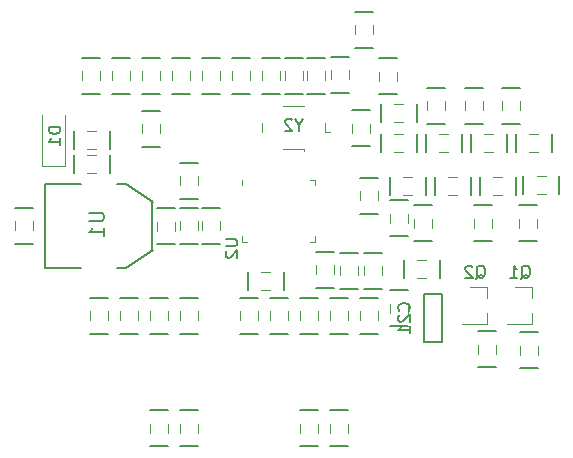
<source format=gbr>
%TF.GenerationSoftware,KiCad,Pcbnew,6.0.4-6f826c9f35~116~ubuntu20.04.1*%
%TF.CreationDate,2022-04-06T12:57:51+00:00*%
%TF.ProjectId,ISM01A,49534d30-3141-42e6-9b69-6361645f7063,REV*%
%TF.SameCoordinates,Original*%
%TF.FileFunction,Legend,Bot*%
%TF.FilePolarity,Positive*%
%FSLAX46Y46*%
G04 Gerber Fmt 4.6, Leading zero omitted, Abs format (unit mm)*
G04 Created by KiCad (PCBNEW 6.0.4-6f826c9f35~116~ubuntu20.04.1) date 2022-04-06 12:57:51*
%MOMM*%
%LPD*%
G01*
G04 APERTURE LIST*
%ADD10C,0.150000*%
%ADD11C,0.120000*%
G04 APERTURE END LIST*
D10*
%TO.C,U1*%
X11242523Y20779619D02*
X12270619Y20779619D01*
X12391571Y20719142D01*
X12452047Y20658666D01*
X12512523Y20537714D01*
X12512523Y20295809D01*
X12452047Y20174857D01*
X12391571Y20114380D01*
X12270619Y20053904D01*
X11242523Y20053904D01*
X12512523Y18783904D02*
X12512523Y19509619D01*
X12512523Y19146761D02*
X11242523Y19146761D01*
X11423952Y19267714D01*
X11544904Y19388666D01*
X11605380Y19509619D01*
%TO.C,Q1*%
X47847238Y15200380D02*
X47942476Y15248000D01*
X48037714Y15343238D01*
X48180571Y15486095D01*
X48275809Y15533714D01*
X48371047Y15533714D01*
X48323428Y15295619D02*
X48418666Y15343238D01*
X48513904Y15438476D01*
X48561523Y15628952D01*
X48561523Y15962285D01*
X48513904Y16152761D01*
X48418666Y16248000D01*
X48323428Y16295619D01*
X48132952Y16295619D01*
X48037714Y16248000D01*
X47942476Y16152761D01*
X47894857Y15962285D01*
X47894857Y15628952D01*
X47942476Y15438476D01*
X48037714Y15343238D01*
X48132952Y15295619D01*
X48323428Y15295619D01*
X46942476Y15295619D02*
X47513904Y15295619D01*
X47228190Y15295619D02*
X47228190Y16295619D01*
X47323428Y16152761D01*
X47418666Y16057523D01*
X47513904Y16009904D01*
%TO.C,Q2*%
X44037238Y15200380D02*
X44132476Y15248000D01*
X44227714Y15343238D01*
X44370571Y15486095D01*
X44465809Y15533714D01*
X44561047Y15533714D01*
X44513428Y15295619D02*
X44608666Y15343238D01*
X44703904Y15438476D01*
X44751523Y15628952D01*
X44751523Y15962285D01*
X44703904Y16152761D01*
X44608666Y16248000D01*
X44513428Y16295619D01*
X44322952Y16295619D01*
X44227714Y16248000D01*
X44132476Y16152761D01*
X44084857Y15962285D01*
X44084857Y15628952D01*
X44132476Y15438476D01*
X44227714Y15343238D01*
X44322952Y15295619D01*
X44513428Y15295619D01*
X43703904Y16200380D02*
X43656285Y16248000D01*
X43561047Y16295619D01*
X43322952Y16295619D01*
X43227714Y16248000D01*
X43180095Y16200380D01*
X43132476Y16105142D01*
X43132476Y16009904D01*
X43180095Y15867047D01*
X43751523Y15295619D01*
X43132476Y15295619D01*
%TO.C,C21*%
X38330142Y12500857D02*
X38377761Y12548476D01*
X38425380Y12691333D01*
X38425380Y12786571D01*
X38377761Y12929428D01*
X38282523Y13024666D01*
X38187285Y13072285D01*
X37996809Y13119904D01*
X37853952Y13119904D01*
X37663476Y13072285D01*
X37568238Y13024666D01*
X37473000Y12929428D01*
X37425380Y12786571D01*
X37425380Y12691333D01*
X37473000Y12548476D01*
X37520619Y12500857D01*
X37520619Y12119904D02*
X37473000Y12072285D01*
X37425380Y11977047D01*
X37425380Y11738952D01*
X37473000Y11643714D01*
X37520619Y11596095D01*
X37615857Y11548476D01*
X37711095Y11548476D01*
X37853952Y11596095D01*
X38425380Y12167523D01*
X38425380Y11548476D01*
X38425380Y10596095D02*
X38425380Y11167523D01*
X38425380Y10881809D02*
X37425380Y10881809D01*
X37568238Y10977047D01*
X37663476Y11072285D01*
X37711095Y11167523D01*
%TO.C,D1*%
X8834380Y28043095D02*
X7834380Y28043095D01*
X7834380Y27805000D01*
X7882000Y27662142D01*
X7977238Y27566904D01*
X8072476Y27519285D01*
X8262952Y27471666D01*
X8405809Y27471666D01*
X8596285Y27519285D01*
X8691523Y27566904D01*
X8786761Y27662142D01*
X8834380Y27805000D01*
X8834380Y28043095D01*
X8834380Y26519285D02*
X8834380Y27090714D01*
X8834380Y26805000D02*
X7834380Y26805000D01*
X7977238Y26900238D01*
X8072476Y26995476D01*
X8120095Y27090714D01*
%TO.C,Y2*%
X29051190Y28217809D02*
X29051190Y27741619D01*
X29384523Y28741619D02*
X29051190Y28217809D01*
X28717857Y28741619D01*
X28432142Y28646380D02*
X28384523Y28694000D01*
X28289285Y28741619D01*
X28051190Y28741619D01*
X27955952Y28694000D01*
X27908333Y28646380D01*
X27860714Y28551142D01*
X27860714Y28455904D01*
X27908333Y28313047D01*
X28479761Y27741619D01*
X27860714Y27741619D01*
%TO.C,U2*%
X22820380Y18541904D02*
X23629904Y18541904D01*
X23725142Y18494285D01*
X23772761Y18446666D01*
X23820380Y18351428D01*
X23820380Y18160952D01*
X23772761Y18065714D01*
X23725142Y18018095D01*
X23629904Y17970476D01*
X22820380Y17970476D01*
X22915619Y17541904D02*
X22868000Y17494285D01*
X22820380Y17399047D01*
X22820380Y17160952D01*
X22868000Y17065714D01*
X22915619Y17018095D01*
X23010857Y16970476D01*
X23106095Y16970476D01*
X23248952Y17018095D01*
X23820380Y17589523D01*
X23820380Y16970476D01*
D11*
%TO.C,R15*%
X26543000Y11684000D02*
X26543000Y12446000D01*
D10*
X26543000Y10541000D02*
X28067000Y10541000D01*
D11*
X28067000Y11684000D02*
X28067000Y12446000D01*
D10*
X28067000Y13589000D02*
X26543000Y13589000D01*
D11*
%TO.C,R17*%
X29083000Y11684000D02*
X29083000Y12446000D01*
D10*
X30607000Y13589000D02*
X29083000Y13589000D01*
D11*
X30607000Y11684000D02*
X30607000Y12446000D01*
D10*
X29083000Y10541000D02*
X30607000Y10541000D01*
%TO.C,U1*%
X7493000Y16129000D02*
X7493000Y23241000D01*
X10541000Y16129000D02*
X7493000Y16129000D01*
X16611600Y17678400D02*
X16611600Y21742400D01*
X13589000Y16129000D02*
X14351000Y16129000D01*
X16637000Y21717000D02*
X14351000Y23241000D01*
X7493000Y23241000D02*
X10541000Y23241000D01*
X14351000Y16129000D02*
X16637000Y17653000D01*
X14351000Y23241000D02*
X13589000Y23241000D01*
D11*
%TO.C,Q1*%
X48766000Y11374000D02*
X48766000Y12304000D01*
X48766000Y14534000D02*
X48766000Y13604000D01*
X48766000Y14534000D02*
X47306000Y14534000D01*
X48766000Y11374000D02*
X46606000Y11374000D01*
D10*
%TO.C,R19*%
X33274000Y33972500D02*
X31750000Y33972500D01*
D11*
X33274000Y32829500D02*
X33274000Y32067500D01*
D10*
X31750000Y30924500D02*
X33274000Y30924500D01*
D11*
X31750000Y32829500D02*
X31750000Y32067500D01*
%TO.C,Q2*%
X44956000Y14534000D02*
X44956000Y13604000D01*
X44956000Y11374000D02*
X44956000Y12304000D01*
X44956000Y14534000D02*
X43496000Y14534000D01*
X44956000Y11374000D02*
X42796000Y11374000D01*
D10*
%TO.C,C1*%
X13017500Y24130000D02*
X13017500Y25654000D01*
D11*
X11112500Y24130000D02*
X11874500Y24130000D01*
X11112500Y25654000D02*
X11874500Y25654000D01*
D10*
X9969500Y25654000D02*
X9969500Y24130000D01*
%TO.C,C3*%
X18542000Y21145500D02*
X17018000Y21145500D01*
D11*
X18542000Y20002500D02*
X18542000Y19240500D01*
D10*
X17018000Y18097500D02*
X18542000Y18097500D01*
D11*
X17018000Y20002500D02*
X17018000Y19240500D01*
%TO.C,C5*%
X6477000Y20066000D02*
X6477000Y19304000D01*
D10*
X4953000Y18161000D02*
X6477000Y18161000D01*
X6477000Y21209000D02*
X4953000Y21209000D01*
D11*
X4953000Y20066000D02*
X4953000Y19304000D01*
%TO.C,C14*%
X18923000Y20066000D02*
X18923000Y19304000D01*
X20447000Y20066000D02*
X20447000Y19304000D01*
D10*
X18923000Y18161000D02*
X20447000Y18161000D01*
X20447000Y21209000D02*
X18923000Y21209000D01*
D11*
%TO.C,C15*%
X34036000Y16256000D02*
X34036000Y15494000D01*
D10*
X34036000Y17399000D02*
X32512000Y17399000D01*
X32512000Y14351000D02*
X34036000Y14351000D01*
D11*
X32512000Y16256000D02*
X32512000Y15494000D01*
%TO.C,C16*%
X20447000Y23114000D02*
X20447000Y23876000D01*
X18923000Y23114000D02*
X18923000Y23876000D01*
D10*
X20447000Y25019000D02*
X18923000Y25019000D01*
X18923000Y21971000D02*
X20447000Y21971000D01*
D11*
%TO.C,C18*%
X22352000Y20066000D02*
X22352000Y19304000D01*
D10*
X20828000Y18161000D02*
X22352000Y18161000D01*
D11*
X20828000Y20066000D02*
X20828000Y19304000D01*
D10*
X22352000Y21209000D02*
X20828000Y21209000D01*
%TO.C,C21*%
X39624000Y13890000D02*
X39624000Y9826000D01*
X39624000Y13890000D02*
X39751000Y13890000D01*
X41148000Y13890000D02*
X39624000Y13890000D01*
X41148000Y9826000D02*
X41148000Y13890000D01*
X39624000Y9826000D02*
X41148000Y9826000D01*
%TO.C,C22*%
X33147000Y4064000D02*
X31623000Y4064000D01*
D11*
X33147000Y2921000D02*
X33147000Y2159000D01*
X31623000Y2921000D02*
X31623000Y2159000D01*
D10*
X31623000Y1016000D02*
X33147000Y1016000D01*
%TO.C,C23*%
X30607000Y4064000D02*
X29083000Y4064000D01*
D11*
X29083000Y2921000D02*
X29083000Y2159000D01*
X30607000Y2921000D02*
X30607000Y2159000D01*
D10*
X29083000Y1016000D02*
X30607000Y1016000D01*
D11*
%TO.C,C27*%
X18923000Y2921000D02*
X18923000Y2159000D01*
X20447000Y2921000D02*
X20447000Y2159000D01*
D10*
X20447000Y4064000D02*
X18923000Y4064000D01*
X18923000Y1016000D02*
X20447000Y1016000D01*
%TO.C,C28*%
X17907000Y4064000D02*
X16383000Y4064000D01*
X16383000Y1016000D02*
X17907000Y1016000D01*
D11*
X17907000Y2921000D02*
X17907000Y2159000D01*
X16383000Y2921000D02*
X16383000Y2159000D01*
%TO.C,D1*%
X9255000Y29055000D02*
X9255000Y24755000D01*
X7255000Y24755000D02*
X7255000Y29055000D01*
X9255000Y24755000D02*
X7255000Y24755000D01*
D10*
%TO.C,L8*%
X36703000Y18796000D02*
X38227000Y18796000D01*
D11*
X36703000Y19939000D02*
X36703000Y20701000D01*
D10*
X38227000Y21844000D02*
X36703000Y21844000D01*
D11*
X38227000Y19939000D02*
X38227000Y20701000D01*
D10*
%TO.C,R1*%
X40957500Y15240000D02*
X40957500Y16764000D01*
D11*
X39814500Y16764000D02*
X39052500Y16764000D01*
D10*
X37909500Y16764000D02*
X37909500Y15240000D01*
D11*
X39814500Y15240000D02*
X39052500Y15240000D01*
%TO.C,R6*%
X24003000Y11684000D02*
X24003000Y12446000D01*
D10*
X24003000Y10541000D02*
X25527000Y10541000D01*
X25527000Y13589000D02*
X24003000Y13589000D01*
D11*
X25527000Y11684000D02*
X25527000Y12446000D01*
%TO.C,R7*%
X20447000Y11684000D02*
X20447000Y12446000D01*
D10*
X18923000Y10541000D02*
X20447000Y10541000D01*
X20447000Y13589000D02*
X18923000Y13589000D01*
D11*
X18923000Y11684000D02*
X18923000Y12446000D01*
D10*
%TO.C,R8*%
X16383000Y10541000D02*
X17907000Y10541000D01*
X17907000Y13589000D02*
X16383000Y13589000D01*
D11*
X17907000Y11684000D02*
X17907000Y12446000D01*
X16383000Y11684000D02*
X16383000Y12446000D01*
D10*
%TO.C,R9*%
X13843000Y10541000D02*
X15367000Y10541000D01*
D11*
X13843000Y11684000D02*
X13843000Y12446000D01*
D10*
X15367000Y13589000D02*
X13843000Y13589000D01*
D11*
X15367000Y11684000D02*
X15367000Y12446000D01*
D10*
%TO.C,R10*%
X11303000Y10541000D02*
X12827000Y10541000D01*
D11*
X12827000Y11684000D02*
X12827000Y12446000D01*
X11303000Y11684000D02*
X11303000Y12446000D01*
D10*
X12827000Y13589000D02*
X11303000Y13589000D01*
%TO.C,R13*%
X35687000Y13589000D02*
X34163000Y13589000D01*
D11*
X34163000Y11684000D02*
X34163000Y12446000D01*
D10*
X34163000Y10541000D02*
X35687000Y10541000D01*
D11*
X35687000Y11684000D02*
X35687000Y12446000D01*
%TO.C,R16*%
X31623000Y11684000D02*
X31623000Y12446000D01*
D10*
X31623000Y10541000D02*
X33147000Y10541000D01*
D11*
X33147000Y11684000D02*
X33147000Y12446000D01*
D10*
X33147000Y13589000D02*
X31623000Y13589000D01*
D11*
%TO.C,R20*%
X17272000Y27495500D02*
X17272000Y28257500D01*
X15748000Y27495500D02*
X15748000Y28257500D01*
D10*
X17272000Y29400500D02*
X15748000Y29400500D01*
X15748000Y26352500D02*
X17272000Y26352500D01*
D11*
%TO.C,R21*%
X26606500Y14224000D02*
X25844500Y14224000D01*
D10*
X24701500Y15748000D02*
X24701500Y14224000D01*
X27749500Y14224000D02*
X27749500Y15748000D01*
D11*
X26606500Y15748000D02*
X25844500Y15748000D01*
D10*
%TO.C,R22*%
X49276000Y10668000D02*
X47752000Y10668000D01*
X47752000Y7620000D02*
X49276000Y7620000D01*
D11*
X49276000Y8763000D02*
X49276000Y9525000D01*
X47752000Y8763000D02*
X47752000Y9525000D01*
D10*
%TO.C,R23*%
X44196000Y7683500D02*
X45720000Y7683500D01*
D11*
X44196000Y8826500D02*
X44196000Y9588500D01*
D10*
X45720000Y10731500D02*
X44196000Y10731500D01*
D11*
X45720000Y8826500D02*
X45720000Y9588500D01*
D10*
%TO.C,C20*%
X32004000Y17462500D02*
X30480000Y17462500D01*
D11*
X30480000Y16319500D02*
X30480000Y15557500D01*
D10*
X30480000Y14414500D02*
X32004000Y14414500D01*
D11*
X32004000Y16319500D02*
X32004000Y15557500D01*
%TO.C,C17*%
X34544000Y16256000D02*
X34544000Y15494000D01*
X36068000Y16256000D02*
X36068000Y15494000D01*
D10*
X34544000Y14351000D02*
X36068000Y14351000D01*
X36068000Y17399000D02*
X34544000Y17399000D01*
%TO.C,C2*%
X9969500Y27686000D02*
X9969500Y26162000D01*
D11*
X11112500Y27686000D02*
X11874500Y27686000D01*
D10*
X13017500Y26162000D02*
X13017500Y27686000D01*
D11*
X11112500Y26162000D02*
X11874500Y26162000D01*
%TO.C,R18*%
X27813000Y32766000D02*
X27813000Y32004000D01*
D10*
X29337000Y33909000D02*
X27813000Y33909000D01*
D11*
X29337000Y32766000D02*
X29337000Y32004000D01*
D10*
X27813000Y30861000D02*
X29337000Y30861000D01*
D11*
%TO.C,C25*%
X29718000Y32766000D02*
X29718000Y32004000D01*
D10*
X29718000Y30861000D02*
X31242000Y30861000D01*
D11*
X31242000Y32766000D02*
X31242000Y32004000D01*
D10*
X31242000Y33909000D02*
X29718000Y33909000D01*
%TO.C,C26*%
X35306000Y37782500D02*
X33782000Y37782500D01*
D11*
X35306000Y35877500D02*
X35306000Y36639500D01*
X33782000Y35877500D02*
X33782000Y36639500D01*
D10*
X33782000Y34734500D02*
X35306000Y34734500D01*
D11*
%TO.C,R5*%
X27432000Y32766000D02*
X27432000Y32004000D01*
D10*
X25908000Y30861000D02*
X27432000Y30861000D01*
D11*
X25908000Y32766000D02*
X25908000Y32004000D01*
D10*
X27432000Y33909000D02*
X25908000Y33909000D01*
D11*
%TO.C,R3*%
X20828000Y32766000D02*
X20828000Y32004000D01*
D10*
X20828000Y30861000D02*
X22352000Y30861000D01*
D11*
X22352000Y32766000D02*
X22352000Y32004000D01*
D10*
X22352000Y33909000D02*
X20828000Y33909000D01*
D11*
%TO.C,R4*%
X23368000Y32766000D02*
X23368000Y32004000D01*
D10*
X24892000Y33909000D02*
X23368000Y33909000D01*
D11*
X24892000Y32766000D02*
X24892000Y32004000D01*
D10*
X23368000Y30861000D02*
X24892000Y30861000D01*
%TO.C,R14*%
X15748000Y30861000D02*
X17272000Y30861000D01*
D11*
X15748000Y32766000D02*
X15748000Y32004000D01*
D10*
X17272000Y33909000D02*
X15748000Y33909000D01*
D11*
X17272000Y32766000D02*
X17272000Y32004000D01*
D10*
%TO.C,R2*%
X18288000Y30861000D02*
X19812000Y30861000D01*
X19812000Y33909000D02*
X18288000Y33909000D01*
D11*
X18288000Y32766000D02*
X18288000Y32004000D01*
X19812000Y32766000D02*
X19812000Y32004000D01*
%TO.C,R11*%
X10668000Y32766000D02*
X10668000Y32004000D01*
D10*
X12192000Y33909000D02*
X10668000Y33909000D01*
X10668000Y30861000D02*
X12192000Y30861000D01*
D11*
X12192000Y32766000D02*
X12192000Y32004000D01*
D10*
%TO.C,R12*%
X13208000Y30861000D02*
X14732000Y30861000D01*
D11*
X14732000Y32766000D02*
X14732000Y32004000D01*
X13208000Y32766000D02*
X13208000Y32004000D01*
D10*
X14732000Y33909000D02*
X13208000Y33909000D01*
D11*
%TO.C,Y2*%
X31675000Y27610000D02*
X31275000Y27610000D01*
X29475000Y26210000D02*
X29475000Y25970000D01*
X25875000Y28410000D02*
X25875000Y27610000D01*
X31275000Y27610000D02*
X31275000Y28410000D01*
X29475000Y29810000D02*
X27675000Y29810000D01*
X27675000Y26210000D02*
X29475000Y26210000D01*
%TO.C,U2*%
X30415000Y23565000D02*
X29940000Y23565000D01*
X30415000Y18820000D02*
X30415000Y18345000D01*
X24195000Y18820000D02*
X24195000Y18345000D01*
X24195000Y18345000D02*
X24670000Y18345000D01*
X30415000Y23090000D02*
X30415000Y23565000D01*
X30415000Y18345000D02*
X29940000Y18345000D01*
X24195000Y23090000D02*
X24195000Y23565000D01*
%TO.C,L7*%
X38608000Y22326600D02*
X37846000Y22326600D01*
D10*
X36703000Y23850600D02*
X36703000Y22326600D01*
D11*
X38608000Y23850600D02*
X37846000Y23850600D01*
D10*
X39751000Y22326600D02*
X39751000Y23850600D01*
D11*
%TO.C,L6*%
X41656000Y27432000D02*
X40894000Y27432000D01*
X41656000Y25908000D02*
X40894000Y25908000D01*
D10*
X42799000Y25908000D02*
X42799000Y27432000D01*
X39751000Y27432000D02*
X39751000Y25908000D01*
%TO.C,L9*%
X38989000Y28448000D02*
X38989000Y29972000D01*
X35941000Y29972000D02*
X35941000Y28448000D01*
D11*
X37846000Y29972000D02*
X37084000Y29972000D01*
X37846000Y28448000D02*
X37084000Y28448000D01*
%TO.C,L5*%
X42418000Y23850600D02*
X41656000Y23850600D01*
X42418000Y22326600D02*
X41656000Y22326600D01*
D10*
X43561000Y22326600D02*
X43561000Y23850600D01*
X40513000Y23850600D02*
X40513000Y22326600D01*
%TO.C,L10*%
X35052000Y29464000D02*
X33528000Y29464000D01*
D11*
X35052000Y28321000D02*
X35052000Y27559000D01*
D10*
X33528000Y26416000D02*
X35052000Y26416000D01*
D11*
X33528000Y28321000D02*
X33528000Y27559000D01*
%TO.C,C7*%
X45339000Y20294600D02*
X45339000Y19532600D01*
D10*
X43815000Y18389600D02*
X45339000Y18389600D01*
D11*
X43815000Y20294600D02*
X43815000Y19532600D01*
D10*
X45339000Y21437600D02*
X43815000Y21437600D01*
D11*
%TO.C,C9*%
X40259000Y20294600D02*
X40259000Y19532600D01*
D10*
X40259000Y21437600D02*
X38735000Y21437600D01*
X38735000Y18389600D02*
X40259000Y18389600D01*
D11*
X38735000Y20294600D02*
X38735000Y19532600D01*
%TO.C,C13*%
X37338000Y31940500D02*
X37338000Y32702500D01*
D10*
X35814000Y30797500D02*
X37338000Y30797500D01*
X37338000Y33845500D02*
X35814000Y33845500D01*
D11*
X35814000Y31940500D02*
X35814000Y32702500D01*
D10*
%TO.C,C10*%
X39878000Y28321000D02*
X41402000Y28321000D01*
D11*
X39878000Y29464000D02*
X39878000Y30226000D01*
X41402000Y29464000D02*
X41402000Y30226000D01*
D10*
X41402000Y31369000D02*
X39878000Y31369000D01*
%TO.C,C11*%
X34163000Y20701000D02*
X35687000Y20701000D01*
D11*
X34163000Y21844000D02*
X34163000Y22606000D01*
D10*
X35687000Y23749000D02*
X34163000Y23749000D01*
D11*
X35687000Y21844000D02*
X35687000Y22606000D01*
D10*
%TO.C,C4*%
X47625000Y18389600D02*
X49149000Y18389600D01*
D11*
X47625000Y20294600D02*
X47625000Y19532600D01*
X49149000Y20294600D02*
X49149000Y19532600D01*
D10*
X49149000Y21437600D02*
X47625000Y21437600D01*
%TO.C,C12*%
X35941000Y27432000D02*
X35941000Y25908000D01*
D11*
X37084000Y27432000D02*
X37846000Y27432000D01*
X37084000Y25908000D02*
X37846000Y25908000D01*
D10*
X38989000Y25908000D02*
X38989000Y27432000D01*
D11*
%TO.C,C6*%
X46228000Y29464000D02*
X46228000Y30226000D01*
X47752000Y29464000D02*
X47752000Y30226000D01*
D10*
X47752000Y31369000D02*
X46228000Y31369000D01*
X46228000Y28321000D02*
X47752000Y28321000D01*
%TO.C,C8*%
X43053000Y28321000D02*
X44577000Y28321000D01*
D11*
X43053000Y29464000D02*
X43053000Y30226000D01*
X44577000Y29464000D02*
X44577000Y30226000D01*
D10*
X44577000Y31369000D02*
X43053000Y31369000D01*
D11*
%TO.C,L3*%
X46228000Y22326600D02*
X45466000Y22326600D01*
D10*
X47371000Y22326600D02*
X47371000Y23850600D01*
X44323000Y23850600D02*
X44323000Y22326600D01*
D11*
X46228000Y23850600D02*
X45466000Y23850600D01*
D10*
%TO.C,L4*%
X43561000Y27432000D02*
X43561000Y25908000D01*
X46609000Y25908000D02*
X46609000Y27432000D01*
D11*
X45466000Y27432000D02*
X44704000Y27432000D01*
X45466000Y25908000D02*
X44704000Y25908000D01*
D10*
%TO.C,L1*%
X48006000Y23876000D02*
X48006000Y22352000D01*
D11*
X49911000Y22352000D02*
X49149000Y22352000D01*
D10*
X51054000Y22352000D02*
X51054000Y23876000D01*
D11*
X49911000Y23876000D02*
X49149000Y23876000D01*
D10*
%TO.C,L2*%
X50419000Y25908000D02*
X50419000Y27432000D01*
X47371000Y27432000D02*
X47371000Y25908000D01*
D11*
X49276000Y25908000D02*
X48514000Y25908000D01*
X49276000Y27432000D02*
X48514000Y27432000D01*
D10*
%TO.C,C19*%
X38227000Y14224000D02*
X36703000Y14224000D01*
D11*
X38227000Y13081000D02*
X38227000Y12319000D01*
X36703000Y13081000D02*
X36703000Y12319000D01*
D10*
X36703000Y11176000D02*
X38227000Y11176000D01*
%TD*%
M02*

</source>
